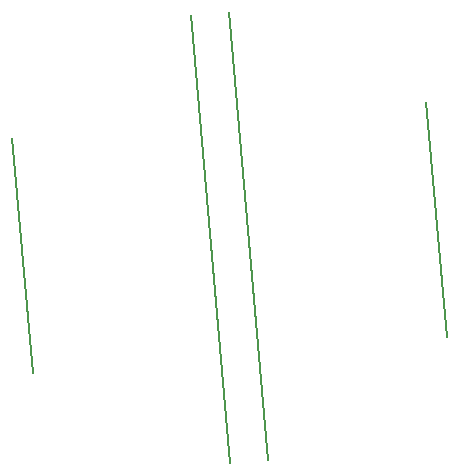
<source format=gbr>
%TF.GenerationSoftware,KiCad,Pcbnew,(6.0.4)*%
%TF.CreationDate,2022-07-21T23:48:58+02:00*%
%TF.ProjectId,wizza,77697a7a-612e-46b6-9963-61645f706362,v1.0.0*%
%TF.SameCoordinates,Original*%
%TF.FileFunction,Other,Comment*%
%FSLAX46Y46*%
G04 Gerber Fmt 4.6, Leading zero omitted, Abs format (unit mm)*
G04 Created by KiCad (PCBNEW (6.0.4)) date 2022-07-21 23:48:58*
%MOMM*%
%LPD*%
G01*
G04 APERTURE LIST*
%ADD10C,0.200000*%
G04 APERTURE END LIST*
D10*
%TO.C,REF\u002A\u002A*%
X122653375Y80879248D02*
X120910260Y100803142D01*
X107503019Y70469194D02*
X104182386Y108424212D01*
X104315196Y70190296D02*
X100994563Y108145314D01*
X87587322Y77811366D02*
X85844207Y97735260D01*
%TD*%
M02*

</source>
